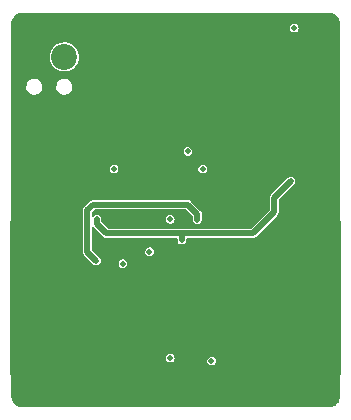
<source format=gbl>
%TF.GenerationSoftware,KiCad,Pcbnew,5.99.0-unknown-b691c18bfc~117~ubuntu20.10.1*%
%TF.CreationDate,2021-03-21T19:03:17-07:00*%
%TF.ProjectId,xx1000-qt,78783130-3030-42d7-9174-2e6b69636164,rev?*%
%TF.SameCoordinates,Original*%
%TF.FileFunction,Copper,L4,Bot*%
%TF.FilePolarity,Positive*%
%FSLAX46Y46*%
G04 Gerber Fmt 4.6, Leading zero omitted, Abs format (unit mm)*
G04 Created by KiCad (PCBNEW 5.99.0-unknown-b691c18bfc~117~ubuntu20.10.1) date 2021-03-21 19:03:17*
%MOMM*%
%LPD*%
G01*
G04 APERTURE LIST*
%TA.AperFunction,ComponentPad*%
%ADD10C,0.500000*%
%TD*%
%TA.AperFunction,ComponentPad*%
%ADD11C,3.000000*%
%TD*%
%TA.AperFunction,SMDPad,CuDef*%
%ADD12R,5.100000X13.000000*%
%TD*%
%TA.AperFunction,ComponentPad*%
%ADD13C,2.200000*%
%TD*%
%TA.AperFunction,ComponentPad*%
%ADD14R,2.200000X2.200000*%
%TD*%
%TA.AperFunction,ViaPad*%
%ADD15C,0.480000*%
%TD*%
%TA.AperFunction,ViaPad*%
%ADD16C,0.800000*%
%TD*%
%TA.AperFunction,Conductor*%
%ADD17C,0.500000*%
%TD*%
G04 APERTURE END LIST*
D10*
%TO.P,J4,2,Ext*%
%TO.N,GND*%
X99835000Y-65125000D03*
X99835000Y-68125000D03*
D11*
X102225000Y-73800000D03*
D10*
X99835000Y-67125000D03*
X99835000Y-71925000D03*
X99835000Y-72925000D03*
X99835000Y-73925000D03*
D12*
X101985000Y-69125000D03*
D11*
X102225000Y-64450000D03*
D10*
X99835000Y-63125000D03*
X99835000Y-66125000D03*
X99835000Y-74925000D03*
X99835000Y-69925000D03*
X99835000Y-64125000D03*
X99835000Y-70925000D03*
%TD*%
%TO.P,J3,2,Ext*%
%TO.N,GND*%
X127080000Y-73130000D03*
X127080000Y-70130000D03*
D11*
X124690000Y-64455000D03*
D10*
X127080000Y-71130000D03*
X127080000Y-66330000D03*
X127080000Y-65330000D03*
X127080000Y-64330000D03*
D12*
X124930000Y-69130000D03*
D11*
X124690000Y-73805000D03*
D10*
X127080000Y-75130000D03*
X127080000Y-72130000D03*
X127080000Y-63330000D03*
X127080000Y-68330000D03*
X127080000Y-74130000D03*
X127080000Y-67330000D03*
%TD*%
D13*
%TO.P,J1,2,Pin_2*%
%TO.N,Net-(J1-Pad2)*%
X104040000Y-48740000D03*
D14*
%TO.P,J1,1,Pin_1*%
%TO.N,GND*%
X101500000Y-48740000D03*
%TD*%
D15*
%TO.N,GND*%
X115800000Y-67100000D03*
X113800000Y-68870000D03*
X112600000Y-67600000D03*
X111900000Y-70000000D03*
X111900000Y-70700000D03*
X115800000Y-70600000D03*
X115800000Y-70000000D03*
X115800000Y-67800000D03*
X111900000Y-67600000D03*
X118500000Y-70750000D03*
X107000000Y-75250000D03*
X100750000Y-56250000D03*
X100750000Y-58500000D03*
X126000000Y-58500000D03*
X119250000Y-58500000D03*
%TO.N,/mmic_bias_a1/Vp*%
X114000000Y-64250000D03*
%TO.N,GND*%
X112750000Y-76750000D03*
X113500000Y-76250000D03*
%TO.N,-5V*%
X109000000Y-66250000D03*
%TO.N,Net-(D5-Pad2)*%
X116500000Y-74500000D03*
%TO.N,GND*%
X121750000Y-76250000D03*
X116500000Y-73500000D03*
X116500000Y-72500000D03*
X109000000Y-70750000D03*
X110000000Y-70750000D03*
X111000000Y-70750000D03*
X114000000Y-73500000D03*
X114000000Y-72500000D03*
%TO.N,-5V*%
X113000000Y-74250000D03*
%TO.N,GND*%
X112250000Y-66000000D03*
X116250000Y-66000000D03*
X114000000Y-62250000D03*
X116000000Y-64470000D03*
D16*
X111000000Y-54740000D03*
D15*
X122750000Y-72750000D03*
D16*
X115500000Y-51240000D03*
D15*
X126500000Y-46000000D03*
X114250000Y-68400000D03*
D16*
X117250000Y-46490000D03*
X122250000Y-46000000D03*
D15*
X113300000Y-69300000D03*
D16*
X116500000Y-51240000D03*
D15*
X114250000Y-69300000D03*
D16*
X115500000Y-54740000D03*
D15*
X111000000Y-59000000D03*
X104250000Y-72750000D03*
D16*
X115500000Y-48240000D03*
D15*
X106750000Y-59000000D03*
D16*
X116500000Y-48240000D03*
D15*
X104250000Y-75250000D03*
D16*
X119800000Y-47500000D03*
X112000000Y-50740000D03*
D15*
X104250000Y-63000000D03*
D16*
X109250000Y-57240000D03*
X116000000Y-50490000D03*
D15*
X111000000Y-60000000D03*
D16*
X114750000Y-52000000D03*
D15*
X116750000Y-62720000D03*
X106750000Y-60000000D03*
D16*
X109750000Y-54740000D03*
X119500000Y-52000000D03*
D15*
X113300000Y-68400000D03*
D16*
X122750000Y-49250000D03*
X116000000Y-48990000D03*
D15*
X114250000Y-59000000D03*
X104250000Y-65500000D03*
D16*
X112250000Y-54740000D03*
X117250000Y-52000000D03*
X113000000Y-51490000D03*
D15*
X122750000Y-65500000D03*
X112250000Y-65000000D03*
X122750000Y-75250000D03*
X122750000Y-63000000D03*
D16*
X119800000Y-46000000D03*
D15*
%TO.N,-5V*%
X114500000Y-56750000D03*
X123500000Y-46300000D03*
%TO.N,+5V*%
X111250000Y-65250000D03*
X115750000Y-58250000D03*
X108250000Y-58250000D03*
%TO.N,/mmic_bias_a1/Vd*%
X106750000Y-66000000D03*
X115300000Y-62520000D03*
%TO.N,/mmic_bias_a1/Vp*%
X106800000Y-62500000D03*
X123200000Y-59300000D03*
%TO.N,Net-(D5-Pad2)*%
X113000000Y-62500000D03*
%TD*%
D17*
%TO.N,/mmic_bias_a1/Vp*%
X107600000Y-63700000D02*
X113950000Y-63700000D01*
X113950000Y-63700000D02*
X119996380Y-63700000D01*
X114000000Y-64250000D02*
X114000000Y-63750000D01*
X114000000Y-63750000D02*
X113950000Y-63700000D01*
%TO.N,/mmic_bias_a1/Vd*%
X115300000Y-62050000D02*
X115300000Y-62520000D01*
X106500000Y-61250000D02*
X114500000Y-61250000D01*
X106750000Y-66000000D02*
X106000000Y-65250000D01*
X106000000Y-65250000D02*
X106000000Y-61750000D01*
X106000000Y-61750000D02*
X106500000Y-61250000D01*
X114500000Y-61250000D02*
X115300000Y-62050000D01*
%TO.N,/mmic_bias_a1/Vp*%
X119996380Y-63700000D02*
X121800000Y-61896380D01*
X121800000Y-61896380D02*
X121800000Y-60700000D01*
X106800000Y-62900000D02*
X107600000Y-63700000D01*
X106800000Y-62500000D02*
X106800000Y-62900000D01*
X121800000Y-60700000D02*
X123200000Y-59300000D01*
%TD*%
%TA.AperFunction,NonConductor*%
G36*
X126457648Y-45030167D02*
G01*
X126457991Y-45030400D01*
X126462403Y-45031147D01*
X126500051Y-45032039D01*
X126556796Y-45033383D01*
X126561441Y-45033666D01*
X126594273Y-45036899D01*
X126598977Y-45037362D01*
X126605039Y-45038261D01*
X126641363Y-45045487D01*
X126732715Y-45063658D01*
X126738664Y-45065148D01*
X126760612Y-45071805D01*
X126765381Y-45073252D01*
X126765384Y-45073253D01*
X126771157Y-45075319D01*
X126891416Y-45125132D01*
X126896941Y-45127745D01*
X126921565Y-45140907D01*
X126926819Y-45144056D01*
X127035054Y-45216376D01*
X127039979Y-45220029D01*
X127061561Y-45237740D01*
X127066107Y-45241860D01*
X127158147Y-45333900D01*
X127162255Y-45338432D01*
X127179973Y-45360021D01*
X127183618Y-45364936D01*
X127255945Y-45473183D01*
X127259095Y-45478438D01*
X127272248Y-45503046D01*
X127274867Y-45508584D01*
X127324682Y-45628848D01*
X127326748Y-45634622D01*
X127334850Y-45661329D01*
X127336341Y-45667280D01*
X127361738Y-45794958D01*
X127362638Y-45801026D01*
X127366335Y-45838569D01*
X127366618Y-45843214D01*
X127368293Y-45913913D01*
X127368441Y-45920164D01*
X127370040Y-45925172D01*
X127373000Y-45944177D01*
X127373000Y-77466282D01*
X127369832Y-77482649D01*
X127369600Y-77482991D01*
X127368853Y-77487402D01*
X127368800Y-77489658D01*
X127368799Y-77489664D01*
X127366618Y-77581787D01*
X127366335Y-77586432D01*
X127362638Y-77623975D01*
X127361739Y-77630039D01*
X127336341Y-77757719D01*
X127334852Y-77763664D01*
X127326746Y-77790384D01*
X127324680Y-77796158D01*
X127274867Y-77916416D01*
X127272249Y-77921952D01*
X127259088Y-77946575D01*
X127255954Y-77951804D01*
X127183618Y-78060064D01*
X127179972Y-78064980D01*
X127167186Y-78080560D01*
X127162259Y-78086563D01*
X127158141Y-78091106D01*
X127066100Y-78183147D01*
X127061568Y-78187255D01*
X127039977Y-78204974D01*
X127035066Y-78208617D01*
X127008524Y-78226351D01*
X126926817Y-78280945D01*
X126921562Y-78284095D01*
X126896953Y-78297249D01*
X126891416Y-78299867D01*
X126771139Y-78349688D01*
X126765389Y-78351745D01*
X126738656Y-78359855D01*
X126732726Y-78361340D01*
X126656443Y-78376514D01*
X126605048Y-78386737D01*
X126598981Y-78387637D01*
X126561433Y-78391335D01*
X126556786Y-78391618D01*
X126484308Y-78393334D01*
X126484307Y-78393334D01*
X126479837Y-78393440D01*
X126475582Y-78394798D01*
X126475579Y-78394799D01*
X126474829Y-78395039D01*
X126455819Y-78398000D01*
X100483718Y-78398000D01*
X100467351Y-78394832D01*
X100467009Y-78394600D01*
X100462598Y-78393853D01*
X100460342Y-78393800D01*
X100460336Y-78393799D01*
X100368213Y-78391618D01*
X100363568Y-78391335D01*
X100331575Y-78388184D01*
X100326023Y-78387638D01*
X100319961Y-78386739D01*
X100192281Y-78361341D01*
X100186336Y-78359852D01*
X100159616Y-78351746D01*
X100153842Y-78349680D01*
X100033584Y-78299867D01*
X100028048Y-78297249D01*
X100003425Y-78284088D01*
X99998196Y-78280954D01*
X99889930Y-78208613D01*
X99885020Y-78204972D01*
X99869440Y-78192186D01*
X99863437Y-78187259D01*
X99858894Y-78183141D01*
X99766853Y-78091100D01*
X99762745Y-78086568D01*
X99745026Y-78064977D01*
X99741382Y-78060064D01*
X99669055Y-77951817D01*
X99665902Y-77946557D01*
X99665901Y-77946555D01*
X99652751Y-77921953D01*
X99650133Y-77916416D01*
X99638541Y-77888432D01*
X99600312Y-77796139D01*
X99598253Y-77790384D01*
X99590145Y-77763656D01*
X99588660Y-77757726D01*
X99569392Y-77660859D01*
X99563263Y-77630048D01*
X99562363Y-77623981D01*
X99558665Y-77586433D01*
X99558382Y-77581786D01*
X99556666Y-77509308D01*
X99556666Y-77509307D01*
X99556560Y-77504837D01*
X99555202Y-77500582D01*
X99555201Y-77500579D01*
X99554961Y-77499829D01*
X99552000Y-77480819D01*
X99552000Y-74308272D01*
X112632086Y-74308272D01*
X112633720Y-74313169D01*
X112633720Y-74313171D01*
X112655796Y-74379341D01*
X112670797Y-74424304D01*
X112673930Y-74428409D01*
X112673931Y-74428411D01*
X112683632Y-74441122D01*
X112745006Y-74521541D01*
X112846711Y-74589498D01*
X112964945Y-74620847D01*
X112993493Y-74618826D01*
X113081807Y-74612573D01*
X113081809Y-74612573D01*
X113086958Y-74612208D01*
X113091710Y-74610196D01*
X113091713Y-74610195D01*
X113194840Y-74566526D01*
X113194842Y-74566524D01*
X113199595Y-74564512D01*
X113206562Y-74558272D01*
X116132086Y-74558272D01*
X116133720Y-74563169D01*
X116133720Y-74563171D01*
X116156245Y-74630686D01*
X116170797Y-74674304D01*
X116245006Y-74771541D01*
X116346711Y-74839498D01*
X116464945Y-74870847D01*
X116493493Y-74868826D01*
X116581807Y-74862573D01*
X116581809Y-74862573D01*
X116586958Y-74862208D01*
X116591710Y-74860196D01*
X116591713Y-74860195D01*
X116694840Y-74816526D01*
X116694842Y-74816524D01*
X116699595Y-74814512D01*
X116790710Y-74732903D01*
X116850478Y-74626180D01*
X116861741Y-74564512D01*
X116871968Y-74508513D01*
X116871968Y-74508511D01*
X116872454Y-74505851D01*
X116872500Y-74500000D01*
X116869655Y-74482903D01*
X116853265Y-74384436D01*
X116852417Y-74379341D01*
X116794333Y-74271692D01*
X116704511Y-74188662D01*
X116635463Y-74158136D01*
X116597361Y-74141291D01*
X116597359Y-74141290D01*
X116592637Y-74139203D01*
X116587494Y-74138758D01*
X116587492Y-74138757D01*
X116475917Y-74129093D01*
X116475914Y-74129093D01*
X116470774Y-74128648D01*
X116465767Y-74129892D01*
X116465764Y-74129892D01*
X116357076Y-74156890D01*
X116357073Y-74156891D01*
X116352062Y-74158136D01*
X116249303Y-74224487D01*
X116173576Y-74320547D01*
X116171864Y-74325423D01*
X116135697Y-74428411D01*
X116133047Y-74435956D01*
X116133006Y-74441120D01*
X116133006Y-74441122D01*
X116132678Y-74482903D01*
X116132086Y-74558272D01*
X113206562Y-74558272D01*
X113290710Y-74482903D01*
X113350478Y-74376180D01*
X113361380Y-74316488D01*
X113371968Y-74258513D01*
X113371968Y-74258511D01*
X113372454Y-74255851D01*
X113372500Y-74250000D01*
X113367788Y-74221686D01*
X113353265Y-74134436D01*
X113352417Y-74129341D01*
X113294333Y-74021692D01*
X113204511Y-73938662D01*
X113135463Y-73908136D01*
X113097361Y-73891291D01*
X113097359Y-73891290D01*
X113092637Y-73889203D01*
X113087494Y-73888758D01*
X113087492Y-73888757D01*
X112975917Y-73879093D01*
X112975914Y-73879093D01*
X112970774Y-73878648D01*
X112965767Y-73879892D01*
X112965764Y-73879892D01*
X112857076Y-73906890D01*
X112857073Y-73906891D01*
X112852062Y-73908136D01*
X112749303Y-73974487D01*
X112673576Y-74070547D01*
X112633047Y-74185956D01*
X112632086Y-74308272D01*
X99552000Y-74308272D01*
X99552000Y-65231982D01*
X105617925Y-65231982D01*
X105618532Y-65237112D01*
X105618532Y-65237114D01*
X105622067Y-65266978D01*
X105622500Y-65274324D01*
X105622500Y-65280040D01*
X105622924Y-65282585D01*
X105626111Y-65301734D01*
X105626526Y-65304650D01*
X105632688Y-65356714D01*
X105634924Y-65361370D01*
X105636018Y-65365136D01*
X105637274Y-65368805D01*
X105638122Y-65373898D01*
X105640573Y-65378441D01*
X105640574Y-65378443D01*
X105663031Y-65420061D01*
X105664368Y-65422686D01*
X105687058Y-65469939D01*
X105689589Y-65472950D01*
X105692248Y-65476114D01*
X105692231Y-65476129D01*
X105694273Y-65478549D01*
X105695311Y-65479888D01*
X105697766Y-65484437D01*
X105701562Y-65487946D01*
X105733965Y-65517899D01*
X105735734Y-65519600D01*
X106504309Y-66288174D01*
X106581723Y-66343495D01*
X106702060Y-66379484D01*
X106752812Y-66377490D01*
X106822406Y-66374755D01*
X106822407Y-66374755D01*
X106827566Y-66374552D01*
X106832380Y-66372690D01*
X106832383Y-66372689D01*
X106915610Y-66340491D01*
X106944708Y-66329234D01*
X106969646Y-66308272D01*
X108632086Y-66308272D01*
X108633720Y-66313169D01*
X108633720Y-66313171D01*
X108655350Y-66378003D01*
X108670797Y-66424304D01*
X108745006Y-66521541D01*
X108846711Y-66589498D01*
X108964945Y-66620847D01*
X108993493Y-66618826D01*
X109081807Y-66612573D01*
X109081809Y-66612573D01*
X109086958Y-66612208D01*
X109091710Y-66610196D01*
X109091713Y-66610195D01*
X109194840Y-66566526D01*
X109194842Y-66566524D01*
X109199595Y-66564512D01*
X109290710Y-66482903D01*
X109350478Y-66376180D01*
X109356996Y-66340491D01*
X109371968Y-66258513D01*
X109371968Y-66258511D01*
X109372454Y-66255851D01*
X109372500Y-66250000D01*
X109352417Y-66129341D01*
X109294333Y-66021692D01*
X109204511Y-65938662D01*
X109135463Y-65908136D01*
X109097361Y-65891291D01*
X109097359Y-65891290D01*
X109092637Y-65889203D01*
X109087494Y-65888758D01*
X109087492Y-65888757D01*
X108975917Y-65879093D01*
X108975914Y-65879093D01*
X108970774Y-65878648D01*
X108965767Y-65879892D01*
X108965764Y-65879892D01*
X108857076Y-65906890D01*
X108857073Y-65906891D01*
X108852062Y-65908136D01*
X108749303Y-65974487D01*
X108673576Y-66070547D01*
X108633047Y-66185956D01*
X108632086Y-66308272D01*
X106969646Y-66308272D01*
X107040856Y-66248414D01*
X107105639Y-66140807D01*
X107132075Y-66018018D01*
X107126592Y-65971686D01*
X107117919Y-65898413D01*
X107117919Y-65898412D01*
X107117312Y-65893286D01*
X107062942Y-65780061D01*
X107060413Y-65777052D01*
X107060411Y-65777049D01*
X107058626Y-65774925D01*
X107058617Y-65774915D01*
X107057752Y-65773886D01*
X106592137Y-65308272D01*
X110882086Y-65308272D01*
X110883720Y-65313169D01*
X110883720Y-65313171D01*
X110906245Y-65380686D01*
X110920797Y-65424304D01*
X110995006Y-65521541D01*
X111096711Y-65589498D01*
X111214945Y-65620847D01*
X111243493Y-65618826D01*
X111331807Y-65612573D01*
X111331809Y-65612573D01*
X111336958Y-65612208D01*
X111341710Y-65610196D01*
X111341713Y-65610195D01*
X111444840Y-65566526D01*
X111444842Y-65566524D01*
X111449595Y-65564512D01*
X111540710Y-65482903D01*
X111547971Y-65469939D01*
X111576271Y-65419404D01*
X111600478Y-65376180D01*
X111604970Y-65351585D01*
X111621968Y-65258513D01*
X111621968Y-65258511D01*
X111622454Y-65255851D01*
X111622500Y-65250000D01*
X111620356Y-65237114D01*
X111603265Y-65134436D01*
X111602417Y-65129341D01*
X111544333Y-65021692D01*
X111454511Y-64938662D01*
X111385463Y-64908136D01*
X111347361Y-64891291D01*
X111347359Y-64891290D01*
X111342637Y-64889203D01*
X111337494Y-64888758D01*
X111337492Y-64888757D01*
X111225917Y-64879093D01*
X111225914Y-64879093D01*
X111220774Y-64878648D01*
X111215767Y-64879892D01*
X111215764Y-64879892D01*
X111107076Y-64906890D01*
X111107073Y-64906891D01*
X111102062Y-64908136D01*
X110999303Y-64974487D01*
X110923576Y-65070547D01*
X110883047Y-65185956D01*
X110883006Y-65191120D01*
X110883006Y-65191122D01*
X110882852Y-65210732D01*
X110882086Y-65308272D01*
X106592137Y-65308272D01*
X106395806Y-65111941D01*
X106377500Y-65067747D01*
X106377500Y-63161088D01*
X106395806Y-63116894D01*
X106440000Y-63098588D01*
X106484194Y-63116894D01*
X106487846Y-63120877D01*
X106492249Y-63126116D01*
X106492232Y-63126130D01*
X106494272Y-63128549D01*
X106495314Y-63129892D01*
X106497766Y-63134437D01*
X106501559Y-63137943D01*
X106533965Y-63167898D01*
X106535735Y-63169600D01*
X107300593Y-63934458D01*
X107308905Y-63944750D01*
X107314288Y-63953087D01*
X107314290Y-63953090D01*
X107317091Y-63957427D01*
X107343161Y-63977979D01*
X107344767Y-63979245D01*
X107350268Y-63984133D01*
X107354309Y-63988174D01*
X107372197Y-64000957D01*
X107374535Y-64002713D01*
X107411666Y-64031985D01*
X107411670Y-64031987D01*
X107415729Y-64035187D01*
X107420608Y-64036900D01*
X107424042Y-64038788D01*
X107427519Y-64040492D01*
X107431723Y-64043496D01*
X107436670Y-64044975D01*
X107436673Y-64044977D01*
X107481990Y-64058529D01*
X107484788Y-64059439D01*
X107534237Y-64076804D01*
X107538157Y-64077143D01*
X107538159Y-64077144D01*
X107542273Y-64077500D01*
X107542271Y-64077525D01*
X107545417Y-64077790D01*
X107547111Y-64078004D01*
X107552060Y-64079484D01*
X107601325Y-64077548D01*
X107603780Y-64077500D01*
X113560000Y-64077500D01*
X113604194Y-64095806D01*
X113622500Y-64140000D01*
X113622500Y-64280040D01*
X113638122Y-64373898D01*
X113697766Y-64484437D01*
X113789999Y-64569696D01*
X113794719Y-64571783D01*
X113794721Y-64571784D01*
X113900155Y-64618396D01*
X113904876Y-64620483D01*
X113967444Y-64625902D01*
X114024868Y-64630876D01*
X114024871Y-64630876D01*
X114030011Y-64631321D01*
X114035018Y-64630077D01*
X114035021Y-64630077D01*
X114146894Y-64602287D01*
X114146895Y-64602286D01*
X114151909Y-64601041D01*
X114257427Y-64532909D01*
X114335187Y-64434271D01*
X114376804Y-64315763D01*
X114377500Y-64307727D01*
X114377500Y-64140000D01*
X114395806Y-64095806D01*
X114440000Y-64077500D01*
X119950461Y-64077500D01*
X119963613Y-64078900D01*
X119978362Y-64082075D01*
X119983492Y-64081468D01*
X119983494Y-64081468D01*
X120013358Y-64077933D01*
X120020704Y-64077500D01*
X120026420Y-64077500D01*
X120042893Y-64074758D01*
X120048114Y-64073889D01*
X120051030Y-64073474D01*
X120097965Y-64067919D01*
X120103094Y-64067312D01*
X120107750Y-64065076D01*
X120111516Y-64063982D01*
X120115185Y-64062726D01*
X120120278Y-64061878D01*
X120124821Y-64059427D01*
X120124823Y-64059426D01*
X120166441Y-64036969D01*
X120169066Y-64035632D01*
X120212773Y-64014645D01*
X120212775Y-64014644D01*
X120216319Y-64012942D01*
X120222494Y-64007752D01*
X120222509Y-64007769D01*
X120224929Y-64005727D01*
X120226268Y-64004689D01*
X120230817Y-64002234D01*
X120264278Y-63966036D01*
X120265979Y-63964267D01*
X122034458Y-62195787D01*
X122044750Y-62187475D01*
X122053087Y-62182092D01*
X122053090Y-62182090D01*
X122057427Y-62179289D01*
X122079245Y-62151613D01*
X122084133Y-62146112D01*
X122088174Y-62142071D01*
X122100957Y-62124183D01*
X122102713Y-62121845D01*
X122131985Y-62084714D01*
X122131987Y-62084710D01*
X122135187Y-62080651D01*
X122136900Y-62075772D01*
X122138788Y-62072338D01*
X122140492Y-62068861D01*
X122143496Y-62064657D01*
X122144975Y-62059710D01*
X122144977Y-62059707D01*
X122158529Y-62014390D01*
X122159440Y-62011588D01*
X122175499Y-61965859D01*
X122176804Y-61962143D01*
X122177500Y-61954107D01*
X122177525Y-61954109D01*
X122177790Y-61950963D01*
X122178004Y-61949269D01*
X122179484Y-61944320D01*
X122177548Y-61895054D01*
X122177500Y-61892600D01*
X122177500Y-60882254D01*
X122195806Y-60838060D01*
X123486350Y-59547515D01*
X123488174Y-59545691D01*
X123543496Y-59468277D01*
X123579484Y-59347940D01*
X123574552Y-59222434D01*
X123572690Y-59217620D01*
X123572689Y-59217617D01*
X123531098Y-59110111D01*
X123529234Y-59105292D01*
X123448414Y-59009144D01*
X123340808Y-58944361D01*
X123335758Y-58943274D01*
X123335756Y-58943273D01*
X123279413Y-58931143D01*
X123218019Y-58917925D01*
X123212889Y-58918532D01*
X123212887Y-58918532D01*
X123098413Y-58932081D01*
X123098412Y-58932081D01*
X123093286Y-58932688D01*
X122980061Y-58987058D01*
X122977052Y-58989587D01*
X122977049Y-58989589D01*
X122974925Y-58991374D01*
X122974915Y-58991383D01*
X122973886Y-58992248D01*
X122972925Y-58993209D01*
X121565542Y-60400593D01*
X121555250Y-60408905D01*
X121546913Y-60414288D01*
X121546910Y-60414290D01*
X121542573Y-60417091D01*
X121539375Y-60421148D01*
X121520755Y-60444767D01*
X121515867Y-60450268D01*
X121511826Y-60454309D01*
X121499043Y-60472197D01*
X121497287Y-60474535D01*
X121468015Y-60511666D01*
X121468013Y-60511670D01*
X121464813Y-60515729D01*
X121463100Y-60520608D01*
X121461212Y-60524042D01*
X121459508Y-60527519D01*
X121456504Y-60531723D01*
X121455025Y-60536670D01*
X121455023Y-60536673D01*
X121441471Y-60581990D01*
X121440561Y-60584788D01*
X121423196Y-60634237D01*
X121422500Y-60642273D01*
X121422475Y-60642271D01*
X121422210Y-60645417D01*
X121421996Y-60647111D01*
X121420516Y-60652060D01*
X121420719Y-60657220D01*
X121422452Y-60701326D01*
X121422500Y-60703780D01*
X121422500Y-61714126D01*
X121404194Y-61758320D01*
X119858321Y-63304194D01*
X119814127Y-63322500D01*
X114010813Y-63322500D01*
X114002981Y-63322007D01*
X114002885Y-63321995D01*
X113997940Y-63320516D01*
X113951142Y-63322355D01*
X113948674Y-63322452D01*
X113946220Y-63322500D01*
X107782254Y-63322500D01*
X107738060Y-63304194D01*
X107195806Y-62761941D01*
X107177500Y-62717747D01*
X107177500Y-62558272D01*
X112632086Y-62558272D01*
X112633720Y-62563169D01*
X112633720Y-62563171D01*
X112660653Y-62643898D01*
X112670797Y-62674304D01*
X112745006Y-62771541D01*
X112846711Y-62839498D01*
X112964945Y-62870847D01*
X112993493Y-62868826D01*
X113081807Y-62862573D01*
X113081809Y-62862573D01*
X113086958Y-62862208D01*
X113091710Y-62860196D01*
X113091713Y-62860195D01*
X113194840Y-62816526D01*
X113194842Y-62816524D01*
X113199595Y-62814512D01*
X113290710Y-62732903D01*
X113350478Y-62626180D01*
X113357183Y-62589467D01*
X113371968Y-62508513D01*
X113371968Y-62508511D01*
X113372454Y-62505851D01*
X113372500Y-62500000D01*
X113367077Y-62467415D01*
X113353265Y-62384436D01*
X113352417Y-62379341D01*
X113294333Y-62271692D01*
X113204511Y-62188662D01*
X113135463Y-62158136D01*
X113097361Y-62141291D01*
X113097359Y-62141290D01*
X113092637Y-62139203D01*
X113087494Y-62138758D01*
X113087492Y-62138757D01*
X112975917Y-62129093D01*
X112975914Y-62129093D01*
X112970774Y-62128648D01*
X112965767Y-62129892D01*
X112965764Y-62129892D01*
X112857076Y-62156890D01*
X112857073Y-62156891D01*
X112852062Y-62158136D01*
X112749303Y-62224487D01*
X112673576Y-62320547D01*
X112633047Y-62435956D01*
X112633006Y-62441120D01*
X112633006Y-62441122D01*
X112632567Y-62497114D01*
X112632086Y-62558272D01*
X107177500Y-62558272D01*
X107177500Y-62469960D01*
X107161878Y-62376102D01*
X107102234Y-62265563D01*
X107038194Y-62206365D01*
X107013794Y-62183810D01*
X107013793Y-62183810D01*
X107010001Y-62180304D01*
X107005281Y-62178217D01*
X107005279Y-62178216D01*
X106899845Y-62131604D01*
X106899844Y-62131604D01*
X106895124Y-62129517D01*
X106832557Y-62124098D01*
X106775132Y-62119124D01*
X106775129Y-62119124D01*
X106769989Y-62118679D01*
X106764982Y-62119923D01*
X106764979Y-62119923D01*
X106653106Y-62147713D01*
X106653105Y-62147714D01*
X106648091Y-62148959D01*
X106542573Y-62217091D01*
X106489082Y-62284944D01*
X106447346Y-62308318D01*
X106401307Y-62295333D01*
X106377933Y-62253597D01*
X106377500Y-62246251D01*
X106377500Y-61932254D01*
X106395806Y-61888060D01*
X106638059Y-61645806D01*
X106682253Y-61627500D01*
X114317746Y-61627500D01*
X114361940Y-61645806D01*
X114904194Y-62188059D01*
X114922500Y-62232253D01*
X114922500Y-62550040D01*
X114938122Y-62643898D01*
X114997766Y-62754437D01*
X115089999Y-62839696D01*
X115094719Y-62841783D01*
X115094721Y-62841784D01*
X115185647Y-62881982D01*
X115204876Y-62890483D01*
X115267444Y-62895902D01*
X115324868Y-62900876D01*
X115324871Y-62900876D01*
X115330011Y-62901321D01*
X115335018Y-62900077D01*
X115335021Y-62900077D01*
X115446894Y-62872287D01*
X115446895Y-62872286D01*
X115451909Y-62871041D01*
X115557427Y-62802909D01*
X115635187Y-62704271D01*
X115676804Y-62585763D01*
X115677500Y-62577727D01*
X115677500Y-62095920D01*
X115678900Y-62082765D01*
X115679355Y-62080651D01*
X115682075Y-62068019D01*
X115681092Y-62059707D01*
X115677933Y-62033023D01*
X115677500Y-62025677D01*
X115677500Y-62019960D01*
X115673889Y-61998265D01*
X115673474Y-61995349D01*
X115667919Y-61948415D01*
X115667312Y-61943286D01*
X115665076Y-61938630D01*
X115663982Y-61934864D01*
X115662726Y-61931195D01*
X115661878Y-61926102D01*
X115636969Y-61879939D01*
X115635632Y-61877314D01*
X115614645Y-61833607D01*
X115614644Y-61833605D01*
X115612942Y-61830061D01*
X115607752Y-61823886D01*
X115607770Y-61823871D01*
X115605728Y-61821451D01*
X115604686Y-61820108D01*
X115602234Y-61815563D01*
X115566035Y-61782102D01*
X115564265Y-61780400D01*
X114799407Y-61015542D01*
X114791095Y-61005250D01*
X114785712Y-60996913D01*
X114785710Y-60996910D01*
X114782909Y-60992573D01*
X114755233Y-60970755D01*
X114749732Y-60965867D01*
X114745691Y-60961826D01*
X114727803Y-60949043D01*
X114725465Y-60947287D01*
X114688334Y-60918015D01*
X114688330Y-60918013D01*
X114684271Y-60914813D01*
X114679392Y-60913100D01*
X114675958Y-60911212D01*
X114672481Y-60909508D01*
X114668277Y-60906504D01*
X114663330Y-60905025D01*
X114663327Y-60905023D01*
X114618010Y-60891471D01*
X114615208Y-60890560D01*
X114602275Y-60886018D01*
X114565763Y-60873196D01*
X114561843Y-60872857D01*
X114561841Y-60872856D01*
X114557727Y-60872500D01*
X114557729Y-60872475D01*
X114554583Y-60872210D01*
X114552889Y-60871996D01*
X114547940Y-60870516D01*
X114504833Y-60872210D01*
X114498674Y-60872452D01*
X114496220Y-60872500D01*
X106545921Y-60872500D01*
X106532767Y-60871100D01*
X106530054Y-60870516D01*
X106518019Y-60867925D01*
X106512889Y-60868532D01*
X106512887Y-60868532D01*
X106483023Y-60872067D01*
X106475677Y-60872500D01*
X106469960Y-60872500D01*
X106453581Y-60875226D01*
X106448265Y-60876111D01*
X106445349Y-60876526D01*
X106407451Y-60881011D01*
X106393286Y-60882688D01*
X106388630Y-60884924D01*
X106384864Y-60886018D01*
X106381195Y-60887274D01*
X106376102Y-60888122D01*
X106371559Y-60890573D01*
X106371557Y-60890574D01*
X106329939Y-60913031D01*
X106327314Y-60914368D01*
X106283607Y-60935355D01*
X106283605Y-60935356D01*
X106280061Y-60937058D01*
X106273886Y-60942248D01*
X106273871Y-60942231D01*
X106271451Y-60944273D01*
X106270112Y-60945311D01*
X106265563Y-60947766D01*
X106262054Y-60951562D01*
X106232101Y-60983965D01*
X106230400Y-60985734D01*
X105765540Y-61450594D01*
X105755250Y-61458905D01*
X105742573Y-61467091D01*
X105739375Y-61471148D01*
X105720755Y-61494767D01*
X105715867Y-61500268D01*
X105711826Y-61504309D01*
X105699043Y-61522197D01*
X105697287Y-61524535D01*
X105668015Y-61561666D01*
X105668013Y-61561670D01*
X105664813Y-61565729D01*
X105663100Y-61570608D01*
X105661212Y-61574042D01*
X105659508Y-61577519D01*
X105656504Y-61581723D01*
X105655025Y-61586670D01*
X105655023Y-61586673D01*
X105641471Y-61631990D01*
X105640561Y-61634788D01*
X105623196Y-61684237D01*
X105622500Y-61692273D01*
X105622475Y-61692271D01*
X105622210Y-61695417D01*
X105621996Y-61697111D01*
X105620516Y-61702060D01*
X105622324Y-61748064D01*
X105622452Y-61751326D01*
X105622500Y-61753780D01*
X105622500Y-65204081D01*
X105621100Y-65217233D01*
X105617925Y-65231982D01*
X99552000Y-65231982D01*
X99552000Y-58308272D01*
X107882086Y-58308272D01*
X107883720Y-58313169D01*
X107883720Y-58313171D01*
X107906245Y-58380686D01*
X107920797Y-58424304D01*
X107995006Y-58521541D01*
X108096711Y-58589498D01*
X108214945Y-58620847D01*
X108243493Y-58618826D01*
X108331807Y-58612573D01*
X108331809Y-58612573D01*
X108336958Y-58612208D01*
X108341710Y-58610196D01*
X108341713Y-58610195D01*
X108444840Y-58566526D01*
X108444842Y-58566524D01*
X108449595Y-58564512D01*
X108540710Y-58482903D01*
X108600478Y-58376180D01*
X108601406Y-58371099D01*
X108612880Y-58308272D01*
X115382086Y-58308272D01*
X115383720Y-58313169D01*
X115383720Y-58313171D01*
X115406245Y-58380686D01*
X115420797Y-58424304D01*
X115495006Y-58521541D01*
X115596711Y-58589498D01*
X115714945Y-58620847D01*
X115743493Y-58618826D01*
X115831807Y-58612573D01*
X115831809Y-58612573D01*
X115836958Y-58612208D01*
X115841710Y-58610196D01*
X115841713Y-58610195D01*
X115944840Y-58566526D01*
X115944842Y-58566524D01*
X115949595Y-58564512D01*
X116040710Y-58482903D01*
X116100478Y-58376180D01*
X116101406Y-58371099D01*
X116121968Y-58258513D01*
X116121968Y-58258511D01*
X116122454Y-58255851D01*
X116122500Y-58250000D01*
X116102417Y-58129341D01*
X116044333Y-58021692D01*
X115954511Y-57938662D01*
X115885463Y-57908136D01*
X115847361Y-57891291D01*
X115847359Y-57891290D01*
X115842637Y-57889203D01*
X115837494Y-57888758D01*
X115837492Y-57888757D01*
X115725917Y-57879093D01*
X115725914Y-57879093D01*
X115720774Y-57878648D01*
X115715767Y-57879892D01*
X115715764Y-57879892D01*
X115607076Y-57906890D01*
X115607073Y-57906891D01*
X115602062Y-57908136D01*
X115499303Y-57974487D01*
X115423576Y-58070547D01*
X115383047Y-58185956D01*
X115382086Y-58308272D01*
X108612880Y-58308272D01*
X108621968Y-58258513D01*
X108621968Y-58258511D01*
X108622454Y-58255851D01*
X108622500Y-58250000D01*
X108602417Y-58129341D01*
X108544333Y-58021692D01*
X108454511Y-57938662D01*
X108385463Y-57908136D01*
X108347361Y-57891291D01*
X108347359Y-57891290D01*
X108342637Y-57889203D01*
X108337494Y-57888758D01*
X108337492Y-57888757D01*
X108225917Y-57879093D01*
X108225914Y-57879093D01*
X108220774Y-57878648D01*
X108215767Y-57879892D01*
X108215764Y-57879892D01*
X108107076Y-57906890D01*
X108107073Y-57906891D01*
X108102062Y-57908136D01*
X107999303Y-57974487D01*
X107923576Y-58070547D01*
X107883047Y-58185956D01*
X107882086Y-58308272D01*
X99552000Y-58308272D01*
X99552000Y-56808272D01*
X114132086Y-56808272D01*
X114133720Y-56813169D01*
X114133720Y-56813171D01*
X114156245Y-56880686D01*
X114170797Y-56924304D01*
X114245006Y-57021541D01*
X114346711Y-57089498D01*
X114464945Y-57120847D01*
X114493493Y-57118826D01*
X114581807Y-57112573D01*
X114581809Y-57112573D01*
X114586958Y-57112208D01*
X114591710Y-57110196D01*
X114591713Y-57110195D01*
X114694840Y-57066526D01*
X114694842Y-57066524D01*
X114699595Y-57064512D01*
X114790710Y-56982903D01*
X114850478Y-56876180D01*
X114851406Y-56871099D01*
X114871968Y-56758513D01*
X114871968Y-56758511D01*
X114872454Y-56755851D01*
X114872500Y-56750000D01*
X114852417Y-56629341D01*
X114794333Y-56521692D01*
X114704511Y-56438662D01*
X114635463Y-56408136D01*
X114597361Y-56391291D01*
X114597359Y-56391290D01*
X114592637Y-56389203D01*
X114587494Y-56388758D01*
X114587492Y-56388757D01*
X114475917Y-56379093D01*
X114475914Y-56379093D01*
X114470774Y-56378648D01*
X114465767Y-56379892D01*
X114465764Y-56379892D01*
X114357076Y-56406890D01*
X114357073Y-56406891D01*
X114352062Y-56408136D01*
X114249303Y-56474487D01*
X114173576Y-56570547D01*
X114133047Y-56685956D01*
X114132086Y-56808272D01*
X99552000Y-56808272D01*
X99552000Y-51272853D01*
X100817537Y-51272853D01*
X100835532Y-51435849D01*
X100836826Y-51439386D01*
X100836827Y-51439389D01*
X100874899Y-51543425D01*
X100891888Y-51589849D01*
X100983351Y-51725960D01*
X101104641Y-51836325D01*
X101248755Y-51914572D01*
X101252397Y-51915528D01*
X101252401Y-51915529D01*
X101403726Y-51955228D01*
X101407374Y-51956185D01*
X101494736Y-51957557D01*
X101567572Y-51958702D01*
X101567574Y-51958702D01*
X101571341Y-51958761D01*
X101731189Y-51922151D01*
X101734553Y-51920459D01*
X101734556Y-51920458D01*
X101803948Y-51885557D01*
X101877690Y-51848469D01*
X101880555Y-51846022D01*
X101880558Y-51846020D01*
X101999524Y-51744413D01*
X101999527Y-51744410D01*
X102002386Y-51741968D01*
X102004581Y-51738913D01*
X102004584Y-51738910D01*
X102095879Y-51611859D01*
X102095880Y-51611857D01*
X102098079Y-51608797D01*
X102122684Y-51547589D01*
X102157840Y-51460138D01*
X102157841Y-51460134D01*
X102159244Y-51456644D01*
X102182350Y-51294293D01*
X102182500Y-51280000D01*
X102182255Y-51277979D01*
X102182255Y-51277971D01*
X102181636Y-51272853D01*
X103357537Y-51272853D01*
X103375532Y-51435849D01*
X103376826Y-51439386D01*
X103376827Y-51439389D01*
X103414899Y-51543425D01*
X103431888Y-51589849D01*
X103523351Y-51725960D01*
X103644641Y-51836325D01*
X103788755Y-51914572D01*
X103792397Y-51915528D01*
X103792401Y-51915529D01*
X103943726Y-51955228D01*
X103947374Y-51956185D01*
X104034736Y-51957557D01*
X104107572Y-51958702D01*
X104107574Y-51958702D01*
X104111341Y-51958761D01*
X104271189Y-51922151D01*
X104274553Y-51920459D01*
X104274556Y-51920458D01*
X104343948Y-51885557D01*
X104417690Y-51848469D01*
X104420555Y-51846022D01*
X104420558Y-51846020D01*
X104539524Y-51744413D01*
X104539527Y-51744410D01*
X104542386Y-51741968D01*
X104544581Y-51738913D01*
X104544584Y-51738910D01*
X104635879Y-51611859D01*
X104635880Y-51611857D01*
X104638079Y-51608797D01*
X104662684Y-51547589D01*
X104697840Y-51460138D01*
X104697841Y-51460134D01*
X104699244Y-51456644D01*
X104722350Y-51294293D01*
X104722500Y-51280000D01*
X104722255Y-51277979D01*
X104722255Y-51277971D01*
X104703252Y-51120946D01*
X104702799Y-51117201D01*
X104698854Y-51106759D01*
X104646166Y-50967325D01*
X104644834Y-50963800D01*
X104551951Y-50828655D01*
X104429512Y-50719566D01*
X104284586Y-50642831D01*
X104125540Y-50602882D01*
X104121775Y-50602862D01*
X104121773Y-50602862D01*
X104040360Y-50602436D01*
X103961555Y-50602023D01*
X103957891Y-50602903D01*
X103957888Y-50602903D01*
X103885654Y-50620245D01*
X103802100Y-50640305D01*
X103798758Y-50642030D01*
X103798755Y-50642031D01*
X103729239Y-50677912D01*
X103656378Y-50715518D01*
X103532804Y-50823318D01*
X103438510Y-50957484D01*
X103378942Y-51110269D01*
X103357537Y-51272853D01*
X102181636Y-51272853D01*
X102163252Y-51120946D01*
X102162799Y-51117201D01*
X102158854Y-51106759D01*
X102106166Y-50967325D01*
X102104834Y-50963800D01*
X102011951Y-50828655D01*
X101889512Y-50719566D01*
X101744586Y-50642831D01*
X101585540Y-50602882D01*
X101581775Y-50602862D01*
X101581773Y-50602862D01*
X101500360Y-50602436D01*
X101421555Y-50602023D01*
X101417891Y-50602903D01*
X101417888Y-50602903D01*
X101345654Y-50620245D01*
X101262100Y-50640305D01*
X101258758Y-50642030D01*
X101258755Y-50642031D01*
X101189239Y-50677912D01*
X101116378Y-50715518D01*
X100992804Y-50823318D01*
X100898510Y-50957484D01*
X100838942Y-51110269D01*
X100817537Y-51272853D01*
X99552000Y-51272853D01*
X99552000Y-48817389D01*
X102809932Y-48817389D01*
X102810353Y-48820138D01*
X102810353Y-48820143D01*
X102841157Y-49021442D01*
X102843077Y-49033992D01*
X102843977Y-49036620D01*
X102843978Y-49036625D01*
X102913151Y-49238663D01*
X102914055Y-49241303D01*
X102971521Y-49344549D01*
X103019271Y-49430340D01*
X103019274Y-49430345D01*
X103020623Y-49432768D01*
X103159412Y-49602335D01*
X103326036Y-49744645D01*
X103515227Y-49855199D01*
X103517846Y-49856157D01*
X103517845Y-49856157D01*
X103713087Y-49927606D01*
X103721006Y-49930504D01*
X103936867Y-49968177D01*
X104040506Y-49967634D01*
X104153208Y-49967045D01*
X104153213Y-49967045D01*
X104155988Y-49967030D01*
X104371444Y-49927098D01*
X104424736Y-49906960D01*
X104573819Y-49850627D01*
X104573823Y-49850625D01*
X104576422Y-49849643D01*
X104764445Y-49737113D01*
X104929569Y-49593066D01*
X105066575Y-49422055D01*
X105171133Y-49229485D01*
X105239936Y-49021442D01*
X105270811Y-48804504D01*
X105272500Y-48740000D01*
X105253021Y-48521743D01*
X105230801Y-48440521D01*
X105195935Y-48313070D01*
X105195933Y-48313065D01*
X105195200Y-48310385D01*
X105100865Y-48112606D01*
X104972996Y-47934659D01*
X104815637Y-47782168D01*
X104633761Y-47659952D01*
X104433117Y-47571875D01*
X104430415Y-47571226D01*
X104430411Y-47571225D01*
X104222759Y-47521373D01*
X104222758Y-47521373D01*
X104220047Y-47520722D01*
X104217267Y-47520562D01*
X104217262Y-47520561D01*
X104004067Y-47508268D01*
X104004063Y-47508268D01*
X104001286Y-47508108D01*
X103783749Y-47534433D01*
X103781085Y-47535253D01*
X103781083Y-47535253D01*
X103710290Y-47557032D01*
X103574311Y-47598865D01*
X103571842Y-47600139D01*
X103571838Y-47600141D01*
X103476952Y-47649116D01*
X103379593Y-47699366D01*
X103205750Y-47832760D01*
X103058277Y-47994832D01*
X102941834Y-48180457D01*
X102940800Y-48183029D01*
X102940799Y-48183031D01*
X102889604Y-48310385D01*
X102860104Y-48383768D01*
X102815668Y-48598340D01*
X102815595Y-48601114D01*
X102815595Y-48601117D01*
X102811912Y-48741790D01*
X102809932Y-48817389D01*
X99552000Y-48817389D01*
X99552000Y-46358272D01*
X123132086Y-46358272D01*
X123133720Y-46363169D01*
X123133720Y-46363171D01*
X123156245Y-46430686D01*
X123170797Y-46474304D01*
X123245006Y-46571541D01*
X123346711Y-46639498D01*
X123464945Y-46670847D01*
X123493493Y-46668826D01*
X123581807Y-46662573D01*
X123581809Y-46662573D01*
X123586958Y-46662208D01*
X123591710Y-46660196D01*
X123591713Y-46660195D01*
X123694840Y-46616526D01*
X123694842Y-46616524D01*
X123699595Y-46614512D01*
X123790710Y-46532903D01*
X123850478Y-46426180D01*
X123851406Y-46421099D01*
X123871968Y-46308513D01*
X123871968Y-46308511D01*
X123872454Y-46305851D01*
X123872500Y-46300000D01*
X123852417Y-46179341D01*
X123794333Y-46071692D01*
X123704511Y-45988662D01*
X123635463Y-45958136D01*
X123597361Y-45941291D01*
X123597359Y-45941290D01*
X123592637Y-45939203D01*
X123587494Y-45938758D01*
X123587492Y-45938757D01*
X123475917Y-45929093D01*
X123475914Y-45929093D01*
X123470774Y-45928648D01*
X123465767Y-45929892D01*
X123465764Y-45929892D01*
X123357076Y-45956890D01*
X123357073Y-45956891D01*
X123352062Y-45958136D01*
X123249303Y-46024487D01*
X123173576Y-46120547D01*
X123133047Y-46235956D01*
X123132086Y-46358272D01*
X99552000Y-46358272D01*
X99552000Y-45958716D01*
X99555167Y-45942352D01*
X99555400Y-45942009D01*
X99556147Y-45937597D01*
X99557039Y-45899949D01*
X99558383Y-45843204D01*
X99558666Y-45838559D01*
X99562362Y-45801025D01*
X99563262Y-45794957D01*
X99588658Y-45667285D01*
X99590148Y-45661336D01*
X99598253Y-45634616D01*
X99600320Y-45628840D01*
X99616270Y-45590333D01*
X99650132Y-45508584D01*
X99652745Y-45503059D01*
X99665907Y-45478435D01*
X99669056Y-45473181D01*
X99741376Y-45364946D01*
X99745029Y-45360021D01*
X99762740Y-45338439D01*
X99766860Y-45333893D01*
X99858900Y-45241853D01*
X99863432Y-45237745D01*
X99885023Y-45220026D01*
X99889936Y-45216382D01*
X99898891Y-45210399D01*
X99983426Y-45153915D01*
X99998183Y-45144055D01*
X100003438Y-45140905D01*
X100028047Y-45127751D01*
X100033584Y-45125133D01*
X100153848Y-45075318D01*
X100159622Y-45073252D01*
X100186329Y-45065150D01*
X100192280Y-45063659D01*
X100319958Y-45038262D01*
X100326026Y-45037362D01*
X100363569Y-45033665D01*
X100368214Y-45033382D01*
X100440697Y-45031665D01*
X100440698Y-45031665D01*
X100445164Y-45031559D01*
X100450172Y-45029960D01*
X100469177Y-45027000D01*
X126441284Y-45027000D01*
X126457648Y-45030167D01*
G37*
%TD.AperFunction*%
M02*

</source>
